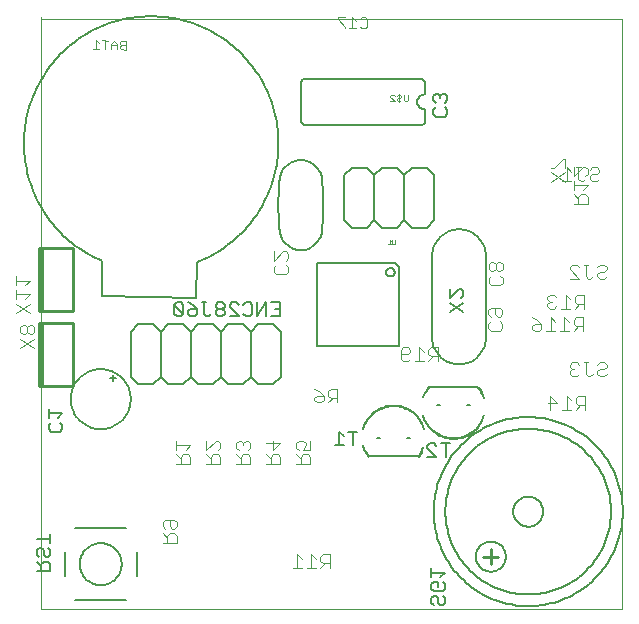
<source format=gbo>
G75*
%MOIN*%
%OFA0B0*%
%FSLAX24Y24*%
%IPPOS*%
%LPD*%
%AMOC8*
5,1,8,0,0,1.08239X$1,22.5*
%
%ADD10C,0.0000*%
%ADD11C,0.0080*%
%ADD12C,0.0030*%
%ADD13C,0.0050*%
%ADD14C,0.0060*%
%ADD15C,0.0010*%
%ADD16C,0.0040*%
%ADD17C,0.0005*%
%ADD18C,0.0100*%
%ADD19C,0.0020*%
D10*
X018150Y018150D02*
X037520Y018150D01*
X037520Y037835D01*
X018150Y037835D01*
X018150Y037900D02*
X018150Y018150D01*
D11*
X019300Y018450D02*
X021000Y018450D01*
X021350Y019257D02*
X021350Y020050D01*
X019450Y019650D02*
X019452Y019702D01*
X019458Y019754D01*
X019468Y019806D01*
X019481Y019856D01*
X019498Y019906D01*
X019519Y019954D01*
X019544Y020000D01*
X019572Y020044D01*
X019603Y020086D01*
X019637Y020126D01*
X019674Y020163D01*
X019714Y020197D01*
X019756Y020228D01*
X019800Y020256D01*
X019846Y020281D01*
X019894Y020302D01*
X019944Y020319D01*
X019994Y020332D01*
X020046Y020342D01*
X020098Y020348D01*
X020150Y020350D01*
X020202Y020348D01*
X020254Y020342D01*
X020306Y020332D01*
X020356Y020319D01*
X020406Y020302D01*
X020454Y020281D01*
X020500Y020256D01*
X020544Y020228D01*
X020586Y020197D01*
X020626Y020163D01*
X020663Y020126D01*
X020697Y020086D01*
X020728Y020044D01*
X020756Y020000D01*
X020781Y019954D01*
X020802Y019906D01*
X020819Y019856D01*
X020832Y019806D01*
X020842Y019754D01*
X020848Y019702D01*
X020850Y019650D01*
X020848Y019598D01*
X020842Y019546D01*
X020832Y019494D01*
X020819Y019444D01*
X020802Y019394D01*
X020781Y019346D01*
X020756Y019300D01*
X020728Y019256D01*
X020697Y019214D01*
X020663Y019174D01*
X020626Y019137D01*
X020586Y019103D01*
X020544Y019072D01*
X020500Y019044D01*
X020454Y019019D01*
X020406Y018998D01*
X020356Y018981D01*
X020306Y018968D01*
X020254Y018958D01*
X020202Y018952D01*
X020150Y018950D01*
X020098Y018952D01*
X020046Y018958D01*
X019994Y018968D01*
X019944Y018981D01*
X019894Y018998D01*
X019846Y019019D01*
X019800Y019044D01*
X019756Y019072D01*
X019714Y019103D01*
X019674Y019137D01*
X019637Y019174D01*
X019603Y019214D01*
X019572Y019256D01*
X019544Y019300D01*
X019519Y019346D01*
X019498Y019394D01*
X019481Y019444D01*
X019468Y019494D01*
X019458Y019546D01*
X019452Y019598D01*
X019450Y019650D01*
X018950Y020050D02*
X018950Y019245D01*
X019300Y020850D02*
X021000Y020850D01*
X031193Y027209D02*
X031193Y029909D01*
X031195Y029968D01*
X031201Y030026D01*
X031210Y030085D01*
X031224Y030142D01*
X031241Y030198D01*
X031262Y030253D01*
X031286Y030307D01*
X031314Y030359D01*
X031345Y030409D01*
X031379Y030457D01*
X031416Y030502D01*
X031457Y030545D01*
X031500Y030586D01*
X031545Y030623D01*
X031593Y030657D01*
X031643Y030688D01*
X031695Y030716D01*
X031749Y030740D01*
X031804Y030761D01*
X031860Y030778D01*
X031917Y030792D01*
X031976Y030801D01*
X032034Y030807D01*
X032093Y030809D01*
X032152Y030807D01*
X032210Y030801D01*
X032269Y030792D01*
X032326Y030778D01*
X032382Y030761D01*
X032437Y030740D01*
X032491Y030716D01*
X032543Y030688D01*
X032593Y030657D01*
X032641Y030623D01*
X032686Y030586D01*
X032729Y030545D01*
X032770Y030502D01*
X032807Y030457D01*
X032841Y030409D01*
X032872Y030359D01*
X032900Y030307D01*
X032924Y030253D01*
X032945Y030198D01*
X032962Y030142D01*
X032976Y030085D01*
X032985Y030026D01*
X032991Y029968D01*
X032993Y029909D01*
X032993Y027209D01*
X032991Y027150D01*
X032985Y027092D01*
X032976Y027033D01*
X032962Y026976D01*
X032945Y026920D01*
X032924Y026865D01*
X032900Y026811D01*
X032872Y026759D01*
X032841Y026709D01*
X032807Y026661D01*
X032770Y026616D01*
X032729Y026573D01*
X032686Y026532D01*
X032641Y026495D01*
X032593Y026461D01*
X032543Y026430D01*
X032491Y026402D01*
X032437Y026378D01*
X032382Y026357D01*
X032326Y026340D01*
X032269Y026326D01*
X032210Y026317D01*
X032152Y026311D01*
X032093Y026309D01*
X032034Y026311D01*
X031976Y026317D01*
X031917Y026326D01*
X031860Y026340D01*
X031804Y026357D01*
X031749Y026378D01*
X031695Y026402D01*
X031643Y026430D01*
X031593Y026461D01*
X031545Y026495D01*
X031500Y026532D01*
X031457Y026573D01*
X031416Y026616D01*
X031379Y026661D01*
X031345Y026709D01*
X031314Y026759D01*
X031286Y026811D01*
X031262Y026865D01*
X031241Y026920D01*
X031224Y026976D01*
X031210Y027033D01*
X031201Y027092D01*
X031195Y027150D01*
X031193Y027209D01*
X027520Y030720D02*
X027510Y030668D01*
X027496Y030617D01*
X027478Y030567D01*
X027457Y030519D01*
X027432Y030472D01*
X027404Y030428D01*
X027372Y030385D01*
X027338Y030345D01*
X027300Y030308D01*
X027260Y030274D01*
X027218Y030242D01*
X027173Y030214D01*
X027126Y030190D01*
X027078Y030169D01*
X027028Y030151D01*
X026977Y030138D01*
X026925Y030128D01*
X026873Y030122D01*
X026820Y030120D01*
X026767Y030122D01*
X026715Y030128D01*
X026663Y030138D01*
X026612Y030151D01*
X026562Y030169D01*
X026514Y030190D01*
X026467Y030214D01*
X026422Y030242D01*
X026380Y030274D01*
X026340Y030308D01*
X026302Y030345D01*
X026268Y030385D01*
X026236Y030428D01*
X026208Y030472D01*
X026183Y030519D01*
X026162Y030567D01*
X026144Y030617D01*
X026130Y030668D01*
X026120Y030720D01*
X023352Y029713D02*
X023336Y028532D01*
X020186Y028576D01*
X020203Y029757D01*
X027520Y030720D02*
X027538Y030899D01*
X027552Y031079D01*
X027562Y031259D01*
X027568Y031440D01*
X027570Y031620D01*
X027568Y031800D01*
X027562Y031981D01*
X027552Y032161D01*
X027538Y032341D01*
X027520Y032520D01*
X027510Y032572D01*
X027496Y032623D01*
X027478Y032673D01*
X027457Y032721D01*
X027432Y032768D01*
X027404Y032812D01*
X027372Y032855D01*
X027338Y032895D01*
X027300Y032932D01*
X027260Y032966D01*
X027218Y032998D01*
X027173Y033026D01*
X027126Y033050D01*
X027078Y033071D01*
X027028Y033089D01*
X026977Y033102D01*
X026925Y033112D01*
X026873Y033118D01*
X026820Y033120D01*
X026767Y033118D01*
X026715Y033112D01*
X026663Y033102D01*
X026612Y033089D01*
X026562Y033071D01*
X026514Y033050D01*
X026467Y033026D01*
X026422Y032998D01*
X026380Y032966D01*
X026340Y032932D01*
X026302Y032895D01*
X026268Y032855D01*
X026236Y032812D01*
X026208Y032768D01*
X026183Y032721D01*
X026162Y032673D01*
X026144Y032623D01*
X026130Y032572D01*
X026120Y032520D01*
X026941Y034304D02*
X030820Y034304D01*
X030820Y034303D02*
X030841Y034302D01*
X030862Y034304D01*
X030882Y034309D01*
X030901Y034317D01*
X030918Y034328D01*
X030934Y034341D01*
X030947Y034357D01*
X030958Y034375D01*
X030966Y034394D01*
X030971Y034414D01*
X030970Y034414D02*
X030970Y034810D01*
X030950Y034810D02*
X030920Y034812D01*
X030890Y034817D01*
X030861Y034826D01*
X030834Y034839D01*
X030808Y034854D01*
X030784Y034873D01*
X030763Y034894D01*
X030744Y034918D01*
X030729Y034944D01*
X030716Y034971D01*
X030707Y035000D01*
X030702Y035030D01*
X030700Y035060D01*
X030702Y035090D01*
X030707Y035120D01*
X030716Y035149D01*
X030729Y035176D01*
X030744Y035202D01*
X030763Y035226D01*
X030784Y035247D01*
X030808Y035266D01*
X030834Y035281D01*
X030861Y035294D01*
X030890Y035303D01*
X030920Y035308D01*
X030950Y035310D01*
X030970Y035310D02*
X030970Y035642D01*
X030970Y035647D02*
X030971Y035672D01*
X030969Y035696D01*
X030963Y035720D01*
X030954Y035742D01*
X030941Y035763D01*
X030926Y035782D01*
X030908Y035799D01*
X030888Y035813D01*
X030867Y035824D01*
X030844Y035832D01*
X030820Y035837D01*
X030820Y035836D02*
X026980Y035836D01*
X026957Y035834D01*
X026934Y035829D01*
X026912Y035820D01*
X026892Y035807D01*
X026874Y035792D01*
X026859Y035774D01*
X026846Y035754D01*
X026837Y035732D01*
X026832Y035709D01*
X026830Y035686D01*
X026830Y034454D01*
X026829Y034454D02*
X026828Y034433D01*
X026830Y034412D01*
X026835Y034392D01*
X026843Y034373D01*
X026854Y034356D01*
X026867Y034340D01*
X026883Y034327D01*
X026901Y034316D01*
X026920Y034308D01*
X026940Y034303D01*
X023352Y029713D02*
X023472Y029761D01*
X023590Y029813D01*
X023707Y029868D01*
X023822Y029927D01*
X023935Y029990D01*
X024047Y030055D01*
X024156Y030125D01*
X024263Y030197D01*
X024368Y030273D01*
X024470Y030352D01*
X024570Y030434D01*
X024668Y030519D01*
X024763Y030607D01*
X024855Y030698D01*
X024944Y030791D01*
X025031Y030888D01*
X025114Y030987D01*
X025194Y031088D01*
X025272Y031192D01*
X025346Y031298D01*
X025416Y031406D01*
X025484Y031516D01*
X025548Y031629D01*
X025608Y031743D01*
X025665Y031859D01*
X025719Y031977D01*
X025769Y032096D01*
X025815Y032217D01*
X025857Y032339D01*
X025896Y032463D01*
X025931Y032587D01*
X025962Y032713D01*
X025990Y032839D01*
X026013Y032966D01*
X026033Y033094D01*
X026048Y033223D01*
X026060Y033352D01*
X026068Y033481D01*
X026072Y033610D01*
X026071Y033739D01*
X026067Y033869D01*
X026059Y033998D01*
X026047Y034127D01*
X026032Y034255D01*
X026012Y034383D01*
X025988Y034510D01*
X025961Y034636D01*
X025929Y034762D01*
X025894Y034886D01*
X025855Y035010D01*
X025812Y035132D01*
X025766Y035252D01*
X025716Y035372D01*
X025662Y035489D01*
X025605Y035605D01*
X025544Y035720D01*
X025480Y035832D01*
X025412Y035942D01*
X025341Y036050D01*
X025267Y036156D01*
X025190Y036260D01*
X025109Y036361D01*
X025026Y036460D01*
X024939Y036556D01*
X024850Y036649D01*
X024757Y036740D01*
X024662Y036828D01*
X024565Y036913D01*
X024465Y036995D01*
X024362Y037073D01*
X024257Y037149D01*
X024150Y037221D01*
X024041Y037290D01*
X023929Y037356D01*
X023816Y037418D01*
X023700Y037477D01*
X023583Y037532D01*
X023465Y037584D01*
X023345Y037632D01*
X023223Y037676D01*
X023100Y037717D01*
X022976Y037754D01*
X022851Y037787D01*
X022725Y037816D01*
X022598Y037841D01*
X022471Y037863D01*
X022343Y037880D01*
X022214Y037894D01*
X022085Y037903D01*
X021956Y037909D01*
X021827Y037911D01*
X021697Y037909D01*
X021568Y037903D01*
X021439Y037893D01*
X021310Y037879D01*
X021182Y037861D01*
X021055Y037839D01*
X020928Y037814D01*
X020802Y037784D01*
X020677Y037751D01*
X020553Y037714D01*
X020430Y037673D01*
X020309Y037628D01*
X020189Y037580D01*
X020071Y037528D01*
X019954Y037472D01*
X019839Y037413D01*
X019725Y037351D01*
X019614Y037285D01*
X019505Y037215D01*
X019398Y037143D01*
X019293Y037067D01*
X019191Y036988D01*
X019091Y036906D01*
X018993Y036821D01*
X018899Y036733D01*
X018807Y036642D01*
X018717Y036548D01*
X018631Y036452D01*
X018548Y036353D01*
X018467Y036251D01*
X018390Y036147D01*
X018316Y036041D01*
X018246Y035933D01*
X018178Y035822D01*
X018114Y035710D01*
X018054Y035596D01*
X017997Y035480D01*
X017944Y035362D01*
X017894Y035242D01*
X017848Y035121D01*
X017805Y034999D01*
X017767Y034876D01*
X017732Y034751D01*
X017701Y034626D01*
X017674Y034499D01*
X017650Y034372D01*
X017631Y034244D01*
X017615Y034116D01*
X017604Y033987D01*
X017596Y033858D01*
X017592Y033728D01*
X017593Y033599D01*
X017597Y033470D01*
X017605Y033341D01*
X017617Y033212D01*
X017633Y033083D01*
X017653Y032956D01*
X017677Y032829D01*
X017704Y032702D01*
X017736Y032577D01*
X017771Y032452D01*
X017810Y032329D01*
X017853Y032207D01*
X017899Y032086D01*
X017950Y031967D01*
X018003Y031849D01*
X018061Y031733D01*
X018122Y031619D01*
X018186Y031507D01*
X018254Y031397D01*
X018325Y031289D01*
X018399Y031183D01*
X018476Y031079D01*
X018557Y030978D01*
X018641Y030879D01*
X018727Y030783D01*
X018817Y030690D01*
X018909Y030599D01*
X019004Y030512D01*
X019102Y030427D01*
X019202Y030345D01*
X019305Y030266D01*
X019410Y030191D01*
X019517Y030119D01*
X019627Y030050D01*
X019738Y029984D01*
X019852Y029922D01*
X019967Y029863D01*
X020084Y029808D01*
X020202Y029757D01*
X026120Y030720D02*
X026102Y030899D01*
X026088Y031079D01*
X026078Y031259D01*
X026072Y031440D01*
X026070Y031620D01*
X026072Y031800D01*
X026078Y031981D01*
X026088Y032161D01*
X026102Y032341D01*
X026120Y032520D01*
D12*
X020978Y036804D02*
X020833Y036806D01*
X020785Y036855D01*
X020786Y036903D01*
X020835Y036951D01*
X020980Y036949D01*
X020978Y036804D02*
X020982Y037094D01*
X020837Y037096D01*
X020788Y037048D01*
X020787Y037000D01*
X020835Y036951D01*
X020685Y036953D02*
X020492Y036956D01*
X020492Y037004D02*
X020490Y036811D01*
X020492Y037004D02*
X020590Y037099D01*
X020686Y037001D01*
X020683Y036808D01*
X020292Y036813D02*
X020296Y037104D01*
X020393Y037102D02*
X020199Y037105D01*
X020097Y037010D02*
X020001Y037108D01*
X019997Y036817D01*
X020094Y036816D02*
X019900Y036819D01*
X028045Y037818D02*
X028292Y037571D01*
X028292Y037509D01*
X028414Y037509D02*
X028660Y037509D01*
X028537Y037509D02*
X028537Y037880D01*
X028660Y037756D01*
X028782Y037818D02*
X028844Y037880D01*
X028967Y037880D01*
X029029Y037818D01*
X029029Y037571D01*
X028967Y037509D01*
X028844Y037509D01*
X028782Y037571D01*
X028292Y037880D02*
X028045Y037880D01*
X028045Y037818D01*
D13*
X031241Y035257D02*
X031241Y035107D01*
X031316Y035032D01*
X031316Y034872D02*
X031241Y034797D01*
X031241Y034647D01*
X031316Y034571D01*
X031616Y034571D01*
X031691Y034647D01*
X031691Y034797D01*
X031616Y034872D01*
X031616Y035032D02*
X031691Y035107D01*
X031691Y035257D01*
X031616Y035332D01*
X031541Y035332D01*
X031466Y035257D01*
X031391Y035332D01*
X031316Y035332D01*
X031241Y035257D01*
X031466Y035257D02*
X031466Y035182D01*
X031778Y028815D02*
X031778Y028515D01*
X032078Y028815D01*
X032153Y028815D01*
X032228Y028740D01*
X032228Y028590D01*
X032153Y028515D01*
X032228Y028355D02*
X031778Y028054D01*
X031778Y028355D02*
X032228Y028054D01*
X032725Y025550D02*
X031075Y025550D01*
X030950Y025350D02*
X030900Y025220D01*
X031347Y024950D02*
X031453Y024950D01*
X030890Y024620D02*
X030940Y024460D01*
X030860Y024330D02*
X030910Y024170D01*
X031110Y023675D02*
X031260Y023675D01*
X031335Y023600D01*
X031496Y023675D02*
X031796Y023675D01*
X031646Y023675D02*
X031646Y023225D01*
X031335Y023225D02*
X031035Y023525D01*
X031035Y023600D01*
X031110Y023675D01*
X030900Y023570D02*
X030850Y023440D01*
X030725Y023240D02*
X029075Y023240D01*
X028940Y023450D02*
X028890Y023610D01*
X028555Y023615D02*
X028555Y024065D01*
X028705Y024065D02*
X028405Y024065D01*
X028245Y023915D02*
X028094Y024065D01*
X028094Y023615D01*
X027944Y023615D02*
X028245Y023615D01*
X028890Y024170D02*
X028950Y024340D01*
X029347Y023840D02*
X029453Y023840D01*
X030347Y023840D02*
X030453Y023840D01*
X031035Y023225D02*
X031335Y023225D01*
X032850Y024450D02*
X032910Y024620D01*
X032910Y025180D02*
X032860Y025340D01*
X032453Y024950D02*
X032347Y024950D01*
X026125Y027925D02*
X025825Y027925D01*
X025665Y027925D02*
X025665Y028375D01*
X025364Y027925D01*
X025364Y028375D01*
X025204Y028300D02*
X025204Y028000D01*
X025129Y027925D01*
X024979Y027925D01*
X024904Y028000D01*
X024744Y027925D02*
X024444Y028225D01*
X024444Y028300D01*
X024519Y028375D01*
X024669Y028375D01*
X024744Y028300D01*
X024904Y028300D02*
X024979Y028375D01*
X025129Y028375D01*
X025204Y028300D01*
X024744Y027925D02*
X024444Y027925D01*
X024283Y028000D02*
X024283Y028075D01*
X024208Y028150D01*
X024058Y028150D01*
X023983Y028075D01*
X023983Y028000D01*
X024058Y027925D01*
X024208Y027925D01*
X024283Y028000D01*
X024208Y028150D02*
X024283Y028225D01*
X024283Y028300D01*
X024208Y028375D01*
X024058Y028375D01*
X023983Y028300D01*
X023983Y028225D01*
X024058Y028150D01*
X023823Y028000D02*
X023748Y027925D01*
X023673Y027925D01*
X023598Y028000D01*
X023598Y028375D01*
X023673Y028375D02*
X023523Y028375D01*
X023363Y028150D02*
X023137Y028150D01*
X023062Y028075D01*
X023062Y028000D01*
X023137Y027925D01*
X023288Y027925D01*
X023363Y028000D01*
X023363Y028150D01*
X023213Y028300D01*
X023062Y028375D01*
X022902Y028300D02*
X022827Y028375D01*
X022677Y028375D01*
X022602Y028300D01*
X022902Y028000D01*
X022827Y027925D01*
X022677Y027925D01*
X022602Y028000D01*
X022602Y028300D01*
X022902Y028300D02*
X022902Y028000D01*
X025825Y028375D02*
X026125Y028375D01*
X026125Y027925D01*
X026125Y028150D02*
X025975Y028150D01*
X018865Y024676D02*
X018415Y024676D01*
X018415Y024826D02*
X018415Y024525D01*
X018490Y024365D02*
X018415Y024290D01*
X018415Y024140D01*
X018490Y024065D01*
X018790Y024065D01*
X018865Y024140D01*
X018865Y024290D01*
X018790Y024365D01*
X018715Y024525D02*
X018865Y024676D01*
X018475Y020653D02*
X018475Y020353D01*
X018475Y020503D02*
X018025Y020503D01*
X018100Y020193D02*
X018025Y020118D01*
X018025Y019968D01*
X018100Y019893D01*
X018250Y019968D02*
X018250Y020118D01*
X018175Y020193D01*
X018100Y020193D01*
X018250Y019968D02*
X018325Y019893D01*
X018400Y019893D01*
X018475Y019968D01*
X018475Y020118D01*
X018400Y020193D01*
X018400Y019732D02*
X018250Y019732D01*
X018175Y019657D01*
X018175Y019432D01*
X018025Y019432D02*
X018475Y019432D01*
X018475Y019657D01*
X018400Y019732D01*
X018175Y019582D02*
X018025Y019732D01*
X031175Y019515D02*
X031175Y019215D01*
X031175Y019365D02*
X031625Y019365D01*
X031475Y019215D01*
X031400Y019054D02*
X031400Y018904D01*
X031400Y019054D02*
X031250Y019054D01*
X031175Y018979D01*
X031175Y018829D01*
X031250Y018754D01*
X031550Y018754D01*
X031625Y018829D01*
X031625Y018979D01*
X031550Y019054D01*
X031550Y018594D02*
X031625Y018519D01*
X031625Y018369D01*
X031550Y018294D01*
X031475Y018294D01*
X031400Y018369D01*
X031400Y018519D01*
X031325Y018594D01*
X031250Y018594D01*
X031175Y018519D01*
X031175Y018369D01*
X031250Y018294D01*
D14*
X032650Y019900D02*
X032652Y019944D01*
X032658Y019988D01*
X032668Y020031D01*
X032681Y020073D01*
X032698Y020114D01*
X032719Y020153D01*
X032743Y020190D01*
X032770Y020225D01*
X032800Y020257D01*
X032833Y020287D01*
X032869Y020313D01*
X032906Y020337D01*
X032946Y020356D01*
X032987Y020373D01*
X033030Y020385D01*
X033073Y020394D01*
X033117Y020399D01*
X033161Y020400D01*
X033205Y020397D01*
X033249Y020390D01*
X033292Y020379D01*
X033334Y020365D01*
X033374Y020347D01*
X033413Y020325D01*
X033449Y020301D01*
X033483Y020273D01*
X033515Y020242D01*
X033544Y020208D01*
X033570Y020172D01*
X033592Y020134D01*
X033611Y020094D01*
X033626Y020052D01*
X033638Y020010D01*
X033646Y019966D01*
X033650Y019922D01*
X033650Y019878D01*
X033646Y019834D01*
X033638Y019790D01*
X033626Y019748D01*
X033611Y019706D01*
X033592Y019666D01*
X033570Y019628D01*
X033544Y019592D01*
X033515Y019558D01*
X033483Y019527D01*
X033449Y019499D01*
X033413Y019475D01*
X033374Y019453D01*
X033334Y019435D01*
X033292Y019421D01*
X033249Y019410D01*
X033205Y019403D01*
X033161Y019400D01*
X033117Y019401D01*
X033073Y019406D01*
X033030Y019415D01*
X032987Y019427D01*
X032946Y019444D01*
X032906Y019463D01*
X032869Y019487D01*
X032833Y019513D01*
X032800Y019543D01*
X032770Y019575D01*
X032743Y019610D01*
X032719Y019647D01*
X032698Y019686D01*
X032681Y019727D01*
X032668Y019769D01*
X032658Y019812D01*
X032652Y019856D01*
X032650Y019900D01*
X033900Y021400D02*
X033902Y021444D01*
X033908Y021488D01*
X033918Y021531D01*
X033931Y021573D01*
X033948Y021614D01*
X033969Y021653D01*
X033993Y021690D01*
X034020Y021725D01*
X034050Y021757D01*
X034083Y021787D01*
X034119Y021813D01*
X034156Y021837D01*
X034196Y021856D01*
X034237Y021873D01*
X034280Y021885D01*
X034323Y021894D01*
X034367Y021899D01*
X034411Y021900D01*
X034455Y021897D01*
X034499Y021890D01*
X034542Y021879D01*
X034584Y021865D01*
X034624Y021847D01*
X034663Y021825D01*
X034699Y021801D01*
X034733Y021773D01*
X034765Y021742D01*
X034794Y021708D01*
X034820Y021672D01*
X034842Y021634D01*
X034861Y021594D01*
X034876Y021552D01*
X034888Y021510D01*
X034896Y021466D01*
X034900Y021422D01*
X034900Y021378D01*
X034896Y021334D01*
X034888Y021290D01*
X034876Y021248D01*
X034861Y021206D01*
X034842Y021166D01*
X034820Y021128D01*
X034794Y021092D01*
X034765Y021058D01*
X034733Y021027D01*
X034699Y020999D01*
X034663Y020975D01*
X034624Y020953D01*
X034584Y020935D01*
X034542Y020921D01*
X034499Y020910D01*
X034455Y020903D01*
X034411Y020900D01*
X034367Y020901D01*
X034323Y020906D01*
X034280Y020915D01*
X034237Y020927D01*
X034196Y020944D01*
X034156Y020963D01*
X034119Y020987D01*
X034083Y021013D01*
X034050Y021043D01*
X034020Y021075D01*
X033993Y021110D01*
X033969Y021147D01*
X033948Y021186D01*
X033931Y021227D01*
X033918Y021269D01*
X033908Y021312D01*
X033902Y021356D01*
X033900Y021400D01*
X031250Y021400D02*
X031252Y021512D01*
X031258Y021623D01*
X031268Y021735D01*
X031282Y021846D01*
X031299Y021956D01*
X031321Y022066D01*
X031347Y022175D01*
X031376Y022283D01*
X031409Y022389D01*
X031446Y022495D01*
X031487Y022599D01*
X031532Y022702D01*
X031580Y022803D01*
X031631Y022902D01*
X031686Y022999D01*
X031745Y023094D01*
X031806Y023188D01*
X031871Y023279D01*
X031940Y023367D01*
X032011Y023453D01*
X032085Y023537D01*
X032163Y023617D01*
X032243Y023695D01*
X032326Y023771D01*
X032411Y023843D01*
X032499Y023912D01*
X032589Y023978D01*
X032682Y024040D01*
X032777Y024100D01*
X032874Y024156D01*
X032972Y024208D01*
X033073Y024257D01*
X033175Y024302D01*
X033279Y024344D01*
X033384Y024382D01*
X033491Y024416D01*
X033598Y024446D01*
X033707Y024473D01*
X033816Y024495D01*
X033927Y024514D01*
X034037Y024529D01*
X034149Y024540D01*
X034260Y024547D01*
X034372Y024550D01*
X034484Y024549D01*
X034596Y024544D01*
X034707Y024535D01*
X034818Y024522D01*
X034929Y024505D01*
X035039Y024485D01*
X035148Y024460D01*
X035256Y024432D01*
X035363Y024399D01*
X035469Y024363D01*
X035573Y024323D01*
X035676Y024280D01*
X035778Y024233D01*
X035877Y024182D01*
X035975Y024128D01*
X036071Y024070D01*
X036165Y024009D01*
X036256Y023945D01*
X036345Y023878D01*
X036432Y023807D01*
X036516Y023733D01*
X036598Y023657D01*
X036676Y023577D01*
X036752Y023495D01*
X036825Y023410D01*
X036895Y023323D01*
X036961Y023233D01*
X037025Y023141D01*
X037085Y023047D01*
X037142Y022951D01*
X037195Y022852D01*
X037245Y022752D01*
X037291Y022651D01*
X037334Y022547D01*
X037373Y022442D01*
X037408Y022336D01*
X037439Y022229D01*
X037467Y022120D01*
X037490Y022011D01*
X037510Y021901D01*
X037526Y021790D01*
X037538Y021679D01*
X037546Y021568D01*
X037550Y021456D01*
X037550Y021344D01*
X037546Y021232D01*
X037538Y021121D01*
X037526Y021010D01*
X037510Y020899D01*
X037490Y020789D01*
X037467Y020680D01*
X037439Y020571D01*
X037408Y020464D01*
X037373Y020358D01*
X037334Y020253D01*
X037291Y020149D01*
X037245Y020048D01*
X037195Y019948D01*
X037142Y019849D01*
X037085Y019753D01*
X037025Y019659D01*
X036961Y019567D01*
X036895Y019477D01*
X036825Y019390D01*
X036752Y019305D01*
X036676Y019223D01*
X036598Y019143D01*
X036516Y019067D01*
X036432Y018993D01*
X036345Y018922D01*
X036256Y018855D01*
X036165Y018791D01*
X036071Y018730D01*
X035975Y018672D01*
X035877Y018618D01*
X035778Y018567D01*
X035676Y018520D01*
X035573Y018477D01*
X035469Y018437D01*
X035363Y018401D01*
X035256Y018368D01*
X035148Y018340D01*
X035039Y018315D01*
X034929Y018295D01*
X034818Y018278D01*
X034707Y018265D01*
X034596Y018256D01*
X034484Y018251D01*
X034372Y018250D01*
X034260Y018253D01*
X034149Y018260D01*
X034037Y018271D01*
X033927Y018286D01*
X033816Y018305D01*
X033707Y018327D01*
X033598Y018354D01*
X033491Y018384D01*
X033384Y018418D01*
X033279Y018456D01*
X033175Y018498D01*
X033073Y018543D01*
X032972Y018592D01*
X032874Y018644D01*
X032777Y018700D01*
X032682Y018760D01*
X032589Y018822D01*
X032499Y018888D01*
X032411Y018957D01*
X032326Y019029D01*
X032243Y019105D01*
X032163Y019183D01*
X032085Y019263D01*
X032011Y019347D01*
X031940Y019433D01*
X031871Y019521D01*
X031806Y019612D01*
X031745Y019706D01*
X031686Y019801D01*
X031631Y019898D01*
X031580Y019997D01*
X031532Y020098D01*
X031487Y020201D01*
X031446Y020305D01*
X031409Y020411D01*
X031376Y020517D01*
X031347Y020625D01*
X031321Y020734D01*
X031299Y020844D01*
X031282Y020954D01*
X031268Y021065D01*
X031258Y021177D01*
X031252Y021288D01*
X031250Y021400D01*
X031640Y021400D02*
X031642Y021504D01*
X031648Y021609D01*
X031658Y021713D01*
X031672Y021816D01*
X031689Y021919D01*
X031711Y022021D01*
X031736Y022123D01*
X031766Y022223D01*
X031799Y022322D01*
X031835Y022420D01*
X031876Y022516D01*
X031920Y022611D01*
X031967Y022704D01*
X032019Y022795D01*
X032073Y022884D01*
X032131Y022971D01*
X032192Y023056D01*
X032256Y023138D01*
X032323Y023218D01*
X032394Y023295D01*
X032467Y023370D01*
X032543Y023442D01*
X032621Y023511D01*
X032703Y023576D01*
X032786Y023639D01*
X032872Y023698D01*
X032960Y023755D01*
X033050Y023807D01*
X033142Y023857D01*
X033236Y023903D01*
X033332Y023945D01*
X033429Y023983D01*
X033527Y024018D01*
X033627Y024050D01*
X033728Y024077D01*
X033830Y024100D01*
X033932Y024120D01*
X034035Y024136D01*
X034139Y024148D01*
X034243Y024156D01*
X034348Y024160D01*
X034452Y024160D01*
X034557Y024156D01*
X034661Y024148D01*
X034765Y024136D01*
X034868Y024120D01*
X034970Y024100D01*
X035072Y024077D01*
X035173Y024050D01*
X035273Y024018D01*
X035371Y023983D01*
X035468Y023945D01*
X035564Y023903D01*
X035658Y023857D01*
X035750Y023807D01*
X035840Y023755D01*
X035928Y023698D01*
X036014Y023639D01*
X036097Y023576D01*
X036179Y023511D01*
X036257Y023442D01*
X036333Y023370D01*
X036406Y023295D01*
X036477Y023218D01*
X036544Y023138D01*
X036608Y023056D01*
X036669Y022971D01*
X036727Y022884D01*
X036781Y022795D01*
X036833Y022704D01*
X036880Y022611D01*
X036924Y022516D01*
X036965Y022420D01*
X037001Y022322D01*
X037034Y022223D01*
X037064Y022123D01*
X037089Y022021D01*
X037111Y021919D01*
X037128Y021816D01*
X037142Y021713D01*
X037152Y021609D01*
X037158Y021504D01*
X037160Y021400D01*
X037158Y021296D01*
X037152Y021191D01*
X037142Y021087D01*
X037128Y020984D01*
X037111Y020881D01*
X037089Y020779D01*
X037064Y020677D01*
X037034Y020577D01*
X037001Y020478D01*
X036965Y020380D01*
X036924Y020284D01*
X036880Y020189D01*
X036833Y020096D01*
X036781Y020005D01*
X036727Y019916D01*
X036669Y019829D01*
X036608Y019744D01*
X036544Y019662D01*
X036477Y019582D01*
X036406Y019505D01*
X036333Y019430D01*
X036257Y019358D01*
X036179Y019289D01*
X036097Y019224D01*
X036014Y019161D01*
X035928Y019102D01*
X035840Y019045D01*
X035750Y018993D01*
X035658Y018943D01*
X035564Y018897D01*
X035468Y018855D01*
X035371Y018817D01*
X035273Y018782D01*
X035173Y018750D01*
X035072Y018723D01*
X034970Y018700D01*
X034868Y018680D01*
X034765Y018664D01*
X034661Y018652D01*
X034557Y018644D01*
X034452Y018640D01*
X034348Y018640D01*
X034243Y018644D01*
X034139Y018652D01*
X034035Y018664D01*
X033932Y018680D01*
X033830Y018700D01*
X033728Y018723D01*
X033627Y018750D01*
X033527Y018782D01*
X033429Y018817D01*
X033332Y018855D01*
X033236Y018897D01*
X033142Y018943D01*
X033050Y018993D01*
X032960Y019045D01*
X032872Y019102D01*
X032786Y019161D01*
X032703Y019224D01*
X032621Y019289D01*
X032543Y019358D01*
X032467Y019430D01*
X032394Y019505D01*
X032323Y019582D01*
X032256Y019662D01*
X032192Y019744D01*
X032131Y019829D01*
X032073Y019916D01*
X032019Y020005D01*
X031967Y020096D01*
X031920Y020189D01*
X031876Y020284D01*
X031835Y020380D01*
X031799Y020478D01*
X031766Y020577D01*
X031736Y020677D01*
X031711Y020779D01*
X031689Y020881D01*
X031672Y020984D01*
X031658Y021087D01*
X031648Y021191D01*
X031642Y021296D01*
X031640Y021400D01*
X026150Y025900D02*
X026150Y027400D01*
X025900Y027650D01*
X025400Y027650D01*
X025150Y027400D01*
X025150Y025900D01*
X024900Y025650D01*
X024400Y025650D01*
X024150Y025900D01*
X024150Y027400D01*
X023900Y027650D01*
X023400Y027650D01*
X023150Y027400D01*
X023150Y025900D01*
X022900Y025650D01*
X022400Y025650D01*
X022150Y025900D01*
X021900Y025650D01*
X021400Y025650D01*
X021150Y025900D01*
X021150Y027400D01*
X021400Y027650D01*
X021900Y027650D01*
X022150Y027400D01*
X022150Y025900D01*
X023150Y025900D02*
X023400Y025650D01*
X023900Y025650D01*
X024150Y025900D01*
X025150Y025900D02*
X025400Y025650D01*
X025900Y025650D01*
X026150Y025900D01*
X027349Y026921D02*
X030109Y026921D01*
X030109Y029542D01*
X029969Y029681D01*
X027349Y029681D01*
X027349Y026921D01*
X025150Y027400D02*
X024900Y027650D01*
X024400Y027650D01*
X024150Y027400D01*
X023150Y027400D02*
X022900Y027650D01*
X022400Y027650D01*
X022150Y027400D01*
X020650Y025850D02*
X020450Y025850D01*
X020550Y025750D02*
X020550Y025950D01*
X019150Y025150D02*
X019152Y025213D01*
X019158Y025275D01*
X019168Y025337D01*
X019181Y025399D01*
X019199Y025459D01*
X019220Y025518D01*
X019245Y025576D01*
X019274Y025632D01*
X019306Y025686D01*
X019341Y025738D01*
X019379Y025787D01*
X019421Y025835D01*
X019465Y025879D01*
X019513Y025921D01*
X019562Y025959D01*
X019614Y025994D01*
X019668Y026026D01*
X019724Y026055D01*
X019782Y026080D01*
X019841Y026101D01*
X019901Y026119D01*
X019963Y026132D01*
X020025Y026142D01*
X020087Y026148D01*
X020150Y026150D01*
X020213Y026148D01*
X020275Y026142D01*
X020337Y026132D01*
X020399Y026119D01*
X020459Y026101D01*
X020518Y026080D01*
X020576Y026055D01*
X020632Y026026D01*
X020686Y025994D01*
X020738Y025959D01*
X020787Y025921D01*
X020835Y025879D01*
X020879Y025835D01*
X020921Y025787D01*
X020959Y025738D01*
X020994Y025686D01*
X021026Y025632D01*
X021055Y025576D01*
X021080Y025518D01*
X021101Y025459D01*
X021119Y025399D01*
X021132Y025337D01*
X021142Y025275D01*
X021148Y025213D01*
X021150Y025150D01*
X021148Y025087D01*
X021142Y025025D01*
X021132Y024963D01*
X021119Y024901D01*
X021101Y024841D01*
X021080Y024782D01*
X021055Y024724D01*
X021026Y024668D01*
X020994Y024614D01*
X020959Y024562D01*
X020921Y024513D01*
X020879Y024465D01*
X020835Y024421D01*
X020787Y024379D01*
X020738Y024341D01*
X020686Y024306D01*
X020632Y024274D01*
X020576Y024245D01*
X020518Y024220D01*
X020459Y024199D01*
X020399Y024181D01*
X020337Y024168D01*
X020275Y024158D01*
X020213Y024152D01*
X020150Y024150D01*
X020087Y024152D01*
X020025Y024158D01*
X019963Y024168D01*
X019901Y024181D01*
X019841Y024199D01*
X019782Y024220D01*
X019724Y024245D01*
X019668Y024274D01*
X019614Y024306D01*
X019562Y024341D01*
X019513Y024379D01*
X019465Y024421D01*
X019421Y024465D01*
X019379Y024513D01*
X019341Y024562D01*
X019306Y024614D01*
X019274Y024668D01*
X019245Y024724D01*
X019220Y024782D01*
X019199Y024841D01*
X019181Y024901D01*
X019168Y024963D01*
X019158Y025025D01*
X019152Y025087D01*
X019150Y025150D01*
X018217Y025642D02*
X018217Y027658D01*
X018217Y028142D02*
X018217Y030158D01*
X028267Y031108D02*
X028267Y032608D01*
X028517Y032858D01*
X029017Y032858D01*
X029267Y032608D01*
X029267Y031108D01*
X029017Y030858D01*
X028517Y030858D01*
X028267Y031108D01*
X029267Y031108D02*
X029517Y030858D01*
X030017Y030858D01*
X030267Y031108D01*
X030267Y032608D01*
X030017Y032858D01*
X029517Y032858D01*
X029267Y032608D01*
X030267Y032608D02*
X030517Y032858D01*
X031017Y032858D01*
X031267Y032608D01*
X031267Y031108D01*
X031017Y030858D01*
X030517Y030858D01*
X030267Y031108D01*
X029668Y029381D02*
X029670Y029404D01*
X029676Y029427D01*
X029685Y029448D01*
X029698Y029468D01*
X029714Y029485D01*
X029732Y029499D01*
X029752Y029510D01*
X029774Y029518D01*
X029797Y029522D01*
X029821Y029522D01*
X029844Y029518D01*
X029866Y029510D01*
X029886Y029499D01*
X029904Y029485D01*
X029920Y029468D01*
X029933Y029448D01*
X029942Y029427D01*
X029948Y029404D01*
X029950Y029381D01*
X029948Y029358D01*
X029942Y029335D01*
X029933Y029314D01*
X029920Y029294D01*
X029904Y029277D01*
X029886Y029263D01*
X029866Y029252D01*
X029844Y029244D01*
X029821Y029240D01*
X029797Y029240D01*
X029774Y029244D01*
X029752Y029252D01*
X029732Y029263D01*
X029714Y029277D01*
X029698Y029294D01*
X029685Y029314D01*
X029676Y029335D01*
X029670Y029358D01*
X029668Y029381D01*
D15*
X029727Y030306D02*
X029827Y030306D01*
X029777Y030306D02*
X029777Y030457D01*
X029827Y030407D01*
X029874Y030457D02*
X029874Y030331D01*
X029899Y030306D01*
X029949Y030306D01*
X029974Y030331D01*
X029974Y030457D01*
D16*
X033084Y029652D02*
X033084Y029499D01*
X033161Y029422D01*
X033237Y029422D01*
X033314Y029499D01*
X033314Y029652D01*
X033237Y029729D01*
X033161Y029729D01*
X033084Y029652D01*
X033314Y029652D02*
X033391Y029729D01*
X033467Y029729D01*
X033544Y029652D01*
X033544Y029499D01*
X033467Y029422D01*
X033391Y029422D01*
X033314Y029499D01*
X033467Y029269D02*
X033544Y029192D01*
X033544Y029038D01*
X033467Y028962D01*
X033161Y028962D01*
X033084Y029038D01*
X033084Y029192D01*
X033161Y029269D01*
X033150Y028203D02*
X033073Y028126D01*
X033073Y027973D01*
X033150Y027896D01*
X033150Y027742D02*
X033073Y027666D01*
X033073Y027512D01*
X033150Y027435D01*
X033457Y027435D01*
X033534Y027512D01*
X033534Y027666D01*
X033457Y027742D01*
X033457Y027896D02*
X033380Y027896D01*
X033304Y027973D01*
X033304Y028203D01*
X033457Y028203D02*
X033534Y028126D01*
X033534Y027973D01*
X033457Y027896D01*
X033457Y028203D02*
X033150Y028203D01*
X034533Y027880D02*
X034687Y027804D01*
X034840Y027650D01*
X034610Y027650D01*
X034533Y027573D01*
X034533Y027497D01*
X034610Y027420D01*
X034764Y027420D01*
X034840Y027497D01*
X034840Y027650D01*
X034994Y027420D02*
X035301Y027420D01*
X035454Y027420D02*
X035761Y027420D01*
X035608Y027420D02*
X035608Y027880D01*
X035761Y027727D01*
X035915Y027804D02*
X035915Y027650D01*
X035991Y027573D01*
X036222Y027573D01*
X036222Y027420D02*
X036222Y027880D01*
X035991Y027880D01*
X035915Y027804D01*
X036068Y027573D02*
X035915Y027420D01*
X035301Y027727D02*
X035147Y027880D01*
X035147Y027420D01*
X035110Y028170D02*
X035264Y028170D01*
X035340Y028247D01*
X035494Y028170D02*
X035801Y028170D01*
X035954Y028170D02*
X036108Y028323D01*
X036031Y028323D02*
X036261Y028323D01*
X036261Y028170D02*
X036261Y028630D01*
X036031Y028630D01*
X035954Y028554D01*
X035954Y028400D01*
X036031Y028323D01*
X035801Y028477D02*
X035647Y028630D01*
X035647Y028170D01*
X035340Y028554D02*
X035264Y028630D01*
X035110Y028630D01*
X035033Y028554D01*
X035033Y028477D01*
X035110Y028400D01*
X035033Y028323D01*
X035033Y028247D01*
X035110Y028170D01*
X035110Y028400D02*
X035187Y028400D01*
X035783Y029170D02*
X036090Y029170D01*
X035783Y029477D01*
X035783Y029554D01*
X035860Y029630D01*
X036014Y029630D01*
X036090Y029554D01*
X036244Y029630D02*
X036397Y029630D01*
X036321Y029630D02*
X036321Y029247D01*
X036397Y029170D01*
X036474Y029170D01*
X036551Y029247D01*
X036704Y029247D02*
X036781Y029170D01*
X036934Y029170D01*
X037011Y029247D01*
X036934Y029400D02*
X037011Y029477D01*
X037011Y029554D01*
X036934Y029630D01*
X036781Y029630D01*
X036704Y029554D01*
X036781Y029400D02*
X036704Y029323D01*
X036704Y029247D01*
X036781Y029400D02*
X036934Y029400D01*
X036380Y031670D02*
X035920Y031670D01*
X036073Y031670D02*
X036073Y031900D01*
X036150Y031977D01*
X036304Y031977D01*
X036380Y031900D01*
X036380Y031670D01*
X036073Y031823D02*
X035920Y031977D01*
X035920Y032130D02*
X035920Y032437D01*
X035840Y032420D02*
X035533Y032420D01*
X035630Y032399D02*
X035170Y032706D01*
X035170Y032860D02*
X035247Y032860D01*
X035554Y033167D01*
X035630Y033167D01*
X035630Y032860D01*
X035687Y032880D02*
X035687Y032420D01*
X035920Y032284D02*
X036380Y032284D01*
X036227Y032130D01*
X036224Y032420D02*
X036147Y032420D01*
X036071Y032497D01*
X036071Y032880D01*
X036147Y032880D02*
X035994Y032880D01*
X035920Y032898D02*
X035920Y032591D01*
X036227Y032898D01*
X036304Y032898D01*
X036380Y032821D01*
X036380Y032668D01*
X036304Y032591D01*
X036301Y032497D02*
X036224Y032420D01*
X036454Y032497D02*
X036531Y032420D01*
X036684Y032420D01*
X036761Y032497D01*
X036684Y032650D02*
X036531Y032650D01*
X036454Y032573D01*
X036454Y032497D01*
X036684Y032650D02*
X036761Y032727D01*
X036761Y032804D01*
X036684Y032880D01*
X036531Y032880D01*
X036454Y032804D01*
X035840Y032727D02*
X035687Y032880D01*
X035630Y032706D02*
X035170Y032399D01*
X031380Y026880D02*
X031150Y026880D01*
X031073Y026804D01*
X031073Y026650D01*
X031150Y026573D01*
X031380Y026573D01*
X031380Y026420D02*
X031380Y026880D01*
X031227Y026573D02*
X031073Y026420D01*
X030920Y026420D02*
X030613Y026420D01*
X030766Y026420D02*
X030766Y026880D01*
X030920Y026727D01*
X030459Y026727D02*
X030382Y026650D01*
X030152Y026650D01*
X030152Y026497D02*
X030152Y026804D01*
X030229Y026880D01*
X030382Y026880D01*
X030459Y026804D01*
X030459Y026727D01*
X030459Y026497D02*
X030382Y026420D01*
X030229Y026420D01*
X030152Y026497D01*
X028040Y025500D02*
X027810Y025500D01*
X027733Y025424D01*
X027733Y025270D01*
X027810Y025193D01*
X028040Y025193D01*
X028040Y025040D02*
X028040Y025500D01*
X027887Y025193D02*
X027733Y025040D01*
X027580Y025117D02*
X027503Y025040D01*
X027349Y025040D01*
X027273Y025117D01*
X027273Y025193D01*
X027349Y025270D01*
X027580Y025270D01*
X027580Y025117D01*
X027580Y025270D02*
X027426Y025424D01*
X027273Y025500D01*
X027130Y023767D02*
X027130Y023460D01*
X026900Y023460D01*
X026977Y023613D01*
X026977Y023690D01*
X026900Y023767D01*
X026747Y023767D01*
X026670Y023690D01*
X026670Y023536D01*
X026747Y023460D01*
X026670Y023306D02*
X026823Y023153D01*
X026823Y023229D02*
X026823Y022999D01*
X026670Y022999D02*
X027130Y022999D01*
X027130Y023229D01*
X027054Y023306D01*
X026900Y023306D01*
X026823Y023229D01*
X026130Y023229D02*
X026054Y023306D01*
X025900Y023306D01*
X025823Y023229D01*
X025823Y022999D01*
X025670Y022999D02*
X026130Y022999D01*
X026130Y023229D01*
X025823Y023153D02*
X025670Y023306D01*
X025900Y023460D02*
X025900Y023767D01*
X025670Y023690D02*
X026130Y023690D01*
X025900Y023460D01*
X025130Y023536D02*
X025130Y023690D01*
X025054Y023767D01*
X024977Y023767D01*
X024900Y023690D01*
X024823Y023767D01*
X024747Y023767D01*
X024670Y023690D01*
X024670Y023536D01*
X024747Y023460D01*
X024670Y023306D02*
X024823Y023153D01*
X024823Y023229D02*
X024823Y022999D01*
X024670Y022999D02*
X025130Y022999D01*
X025130Y023229D01*
X025054Y023306D01*
X024900Y023306D01*
X024823Y023229D01*
X025054Y023460D02*
X025130Y023536D01*
X024900Y023613D02*
X024900Y023690D01*
X024130Y023690D02*
X024130Y023536D01*
X024054Y023460D01*
X024054Y023306D02*
X023900Y023306D01*
X023823Y023229D01*
X023823Y022999D01*
X023670Y022999D02*
X024130Y022999D01*
X024130Y023229D01*
X024054Y023306D01*
X023823Y023153D02*
X023670Y023306D01*
X023670Y023460D02*
X023977Y023767D01*
X024054Y023767D01*
X024130Y023690D01*
X023670Y023767D02*
X023670Y023460D01*
X023130Y023613D02*
X022670Y023613D01*
X022670Y023460D02*
X022670Y023767D01*
X022977Y023460D02*
X023130Y023613D01*
X023054Y023306D02*
X022900Y023306D01*
X022823Y023229D01*
X022823Y022999D01*
X022670Y022999D02*
X023130Y022999D01*
X023130Y023229D01*
X023054Y023306D01*
X022823Y023153D02*
X022670Y023306D01*
X022604Y021137D02*
X022297Y021137D01*
X022220Y021061D01*
X022220Y020907D01*
X022297Y020830D01*
X022220Y020677D02*
X022373Y020523D01*
X022373Y020600D02*
X022373Y020370D01*
X022220Y020370D02*
X022680Y020370D01*
X022680Y020600D01*
X022604Y020677D01*
X022450Y020677D01*
X022373Y020600D01*
X022527Y020830D02*
X022450Y020907D01*
X022450Y021137D01*
X022604Y021137D02*
X022680Y021061D01*
X022680Y020907D01*
X022604Y020830D01*
X022527Y020830D01*
X026552Y019520D02*
X026859Y019520D01*
X026706Y019520D02*
X026706Y019980D01*
X026859Y019827D01*
X027013Y019520D02*
X027320Y019520D01*
X027473Y019520D02*
X027627Y019673D01*
X027550Y019673D02*
X027780Y019673D01*
X027780Y019520D02*
X027780Y019980D01*
X027550Y019980D01*
X027473Y019904D01*
X027473Y019750D01*
X027550Y019673D01*
X027320Y019827D02*
X027166Y019980D01*
X027166Y019520D01*
X035140Y024800D02*
X035140Y025260D01*
X035370Y025030D01*
X035063Y025030D01*
X035524Y024800D02*
X035831Y024800D01*
X035984Y024800D02*
X036138Y024953D01*
X036061Y024953D02*
X036291Y024953D01*
X036291Y024800D02*
X036291Y025260D01*
X036061Y025260D01*
X035984Y025184D01*
X035984Y025030D01*
X036061Y024953D01*
X035831Y025107D02*
X035677Y025260D01*
X035677Y024800D01*
X035860Y025920D02*
X036014Y025920D01*
X036090Y025997D01*
X035937Y026150D02*
X035860Y026150D01*
X035783Y026073D01*
X035783Y025997D01*
X035860Y025920D01*
X035860Y026150D02*
X035783Y026227D01*
X035783Y026304D01*
X035860Y026380D01*
X036014Y026380D01*
X036090Y026304D01*
X036244Y026380D02*
X036397Y026380D01*
X036321Y026380D02*
X036321Y025997D01*
X036397Y025920D01*
X036474Y025920D01*
X036551Y025997D01*
X036704Y025997D02*
X036781Y025920D01*
X036934Y025920D01*
X037011Y025997D01*
X036934Y026150D02*
X036781Y026150D01*
X036704Y026073D01*
X036704Y025997D01*
X036934Y026150D02*
X037011Y026227D01*
X037011Y026304D01*
X036934Y026380D01*
X036781Y026380D01*
X036704Y026304D01*
X026388Y029385D02*
X026312Y029308D01*
X026005Y029308D01*
X025928Y029385D01*
X025928Y029539D01*
X026005Y029615D01*
X025928Y029769D02*
X026235Y030076D01*
X026312Y030076D01*
X026388Y029999D01*
X026388Y029845D01*
X026312Y029769D01*
X026312Y029615D02*
X026388Y029539D01*
X026388Y029385D01*
X025928Y029769D02*
X025928Y030076D01*
X017780Y029103D02*
X017320Y029103D01*
X017320Y028950D02*
X017320Y029257D01*
X017627Y028950D02*
X017780Y029103D01*
X017780Y028643D02*
X017320Y028643D01*
X017320Y028796D02*
X017320Y028489D01*
X017320Y028336D02*
X017780Y028029D01*
X017780Y028336D02*
X017320Y028029D01*
X017547Y027617D02*
X017470Y027540D01*
X017470Y027386D01*
X017547Y027310D01*
X017623Y027310D01*
X017700Y027386D01*
X017700Y027540D01*
X017623Y027617D01*
X017547Y027617D01*
X017700Y027540D02*
X017777Y027617D01*
X017854Y027617D01*
X017930Y027540D01*
X017930Y027386D01*
X017854Y027310D01*
X017777Y027310D01*
X017700Y027386D01*
X017470Y027156D02*
X017930Y026849D01*
X017930Y027156D02*
X017470Y026849D01*
X017627Y028489D02*
X017780Y028643D01*
D17*
X028926Y023441D02*
X028967Y023460D01*
X028967Y023459D02*
X028993Y023406D01*
X029023Y023354D01*
X029056Y023304D01*
X029091Y023256D01*
X029056Y023228D01*
X029019Y023278D01*
X028985Y023330D01*
X028954Y023384D01*
X028926Y023440D01*
X028929Y023442D01*
X028957Y023386D01*
X028988Y023332D01*
X029022Y023280D01*
X029059Y023230D01*
X029062Y023233D01*
X029025Y023283D01*
X028991Y023334D01*
X028961Y023388D01*
X028933Y023444D01*
X028937Y023445D01*
X028964Y023390D01*
X028995Y023337D01*
X029029Y023285D01*
X029065Y023235D01*
X029068Y023238D01*
X029032Y023287D01*
X028998Y023339D01*
X028968Y023392D01*
X028940Y023447D01*
X028944Y023449D01*
X028971Y023394D01*
X029002Y023341D01*
X029035Y023289D01*
X029072Y023240D01*
X029075Y023243D01*
X029038Y023292D01*
X029005Y023343D01*
X028975Y023396D01*
X028948Y023450D01*
X028951Y023452D01*
X028978Y023398D01*
X029008Y023345D01*
X029042Y023294D01*
X029078Y023245D01*
X029081Y023248D01*
X029045Y023296D01*
X029012Y023347D01*
X028982Y023400D01*
X028955Y023454D01*
X028958Y023455D01*
X028985Y023401D01*
X029015Y023349D01*
X029048Y023299D01*
X029084Y023250D01*
X029087Y023252D01*
X029052Y023301D01*
X029019Y023351D01*
X028989Y023403D01*
X028962Y023457D01*
X028966Y023459D01*
X028992Y023405D01*
X029022Y023353D01*
X029055Y023303D01*
X029090Y023255D01*
X030869Y024349D02*
X030829Y024330D01*
X030800Y024386D01*
X030769Y024440D01*
X030733Y024492D01*
X030695Y024541D01*
X030654Y024589D01*
X030610Y024633D01*
X030563Y024675D01*
X030514Y024714D01*
X030463Y024750D01*
X030409Y024783D01*
X030354Y024812D01*
X030297Y024838D01*
X030238Y024861D01*
X030179Y024880D01*
X030118Y024895D01*
X030056Y024906D01*
X029994Y024914D01*
X029931Y024918D01*
X029869Y024918D01*
X029806Y024914D01*
X029744Y024906D01*
X029682Y024895D01*
X029621Y024880D01*
X029562Y024861D01*
X029503Y024838D01*
X029446Y024812D01*
X029391Y024783D01*
X029337Y024750D01*
X029286Y024714D01*
X029237Y024675D01*
X029190Y024633D01*
X029146Y024589D01*
X029105Y024541D01*
X029067Y024492D01*
X029031Y024440D01*
X029000Y024386D01*
X028971Y024330D01*
X028931Y024349D01*
X028930Y024349D01*
X028960Y024408D01*
X028993Y024464D01*
X029030Y024518D01*
X029070Y024570D01*
X029113Y024619D01*
X029159Y024666D01*
X029208Y024710D01*
X029259Y024750D01*
X029312Y024788D01*
X029368Y024822D01*
X029426Y024853D01*
X029486Y024880D01*
X029547Y024903D01*
X029609Y024923D01*
X029673Y024939D01*
X029737Y024951D01*
X029802Y024959D01*
X029867Y024963D01*
X029933Y024963D01*
X029998Y024959D01*
X030063Y024951D01*
X030127Y024939D01*
X030191Y024923D01*
X030253Y024903D01*
X030314Y024880D01*
X030374Y024853D01*
X030432Y024822D01*
X030488Y024788D01*
X030541Y024750D01*
X030592Y024710D01*
X030641Y024666D01*
X030687Y024619D01*
X030730Y024570D01*
X030770Y024518D01*
X030807Y024464D01*
X030840Y024408D01*
X030870Y024349D01*
X030866Y024348D01*
X030836Y024406D01*
X030803Y024462D01*
X030767Y024516D01*
X030727Y024567D01*
X030684Y024617D01*
X030638Y024663D01*
X030590Y024707D01*
X030539Y024747D01*
X030485Y024784D01*
X030430Y024818D01*
X030372Y024849D01*
X030313Y024876D01*
X030252Y024899D01*
X030190Y024919D01*
X030126Y024935D01*
X030062Y024947D01*
X029998Y024955D01*
X029933Y024959D01*
X029867Y024959D01*
X029802Y024955D01*
X029738Y024947D01*
X029674Y024935D01*
X029610Y024919D01*
X029548Y024899D01*
X029487Y024876D01*
X029428Y024849D01*
X029370Y024818D01*
X029315Y024784D01*
X029261Y024747D01*
X029210Y024707D01*
X029162Y024663D01*
X029116Y024617D01*
X029073Y024567D01*
X029033Y024516D01*
X028997Y024462D01*
X028964Y024406D01*
X028934Y024348D01*
X028937Y024346D01*
X028967Y024404D01*
X029000Y024460D01*
X029037Y024513D01*
X029076Y024565D01*
X029119Y024614D01*
X029164Y024660D01*
X029213Y024704D01*
X029264Y024744D01*
X029317Y024781D01*
X029372Y024815D01*
X029430Y024845D01*
X029489Y024872D01*
X029549Y024896D01*
X029611Y024915D01*
X029674Y024931D01*
X029738Y024943D01*
X029803Y024951D01*
X029868Y024955D01*
X029932Y024955D01*
X029997Y024951D01*
X030062Y024943D01*
X030126Y024931D01*
X030189Y024915D01*
X030251Y024896D01*
X030311Y024872D01*
X030370Y024845D01*
X030428Y024815D01*
X030483Y024781D01*
X030536Y024744D01*
X030587Y024704D01*
X030636Y024660D01*
X030681Y024614D01*
X030724Y024565D01*
X030763Y024513D01*
X030800Y024460D01*
X030833Y024404D01*
X030863Y024346D01*
X030859Y024344D01*
X030829Y024402D01*
X030796Y024457D01*
X030760Y024511D01*
X030721Y024562D01*
X030678Y024611D01*
X030633Y024657D01*
X030585Y024700D01*
X030534Y024741D01*
X030481Y024778D01*
X030426Y024812D01*
X030369Y024842D01*
X030310Y024869D01*
X030249Y024892D01*
X030188Y024911D01*
X030125Y024927D01*
X030061Y024939D01*
X029997Y024947D01*
X029932Y024951D01*
X029868Y024951D01*
X029803Y024947D01*
X029739Y024939D01*
X029675Y024927D01*
X029612Y024911D01*
X029551Y024892D01*
X029490Y024869D01*
X029431Y024842D01*
X029374Y024812D01*
X029319Y024778D01*
X029266Y024741D01*
X029215Y024700D01*
X029167Y024657D01*
X029122Y024611D01*
X029079Y024562D01*
X029040Y024511D01*
X029004Y024457D01*
X028971Y024402D01*
X028941Y024344D01*
X028945Y024342D01*
X028974Y024400D01*
X029007Y024455D01*
X029043Y024509D01*
X029082Y024560D01*
X029125Y024608D01*
X029170Y024654D01*
X029218Y024697D01*
X029268Y024738D01*
X029321Y024774D01*
X029376Y024808D01*
X029433Y024838D01*
X029492Y024865D01*
X029552Y024888D01*
X029613Y024907D01*
X029676Y024923D01*
X029739Y024935D01*
X029803Y024943D01*
X029868Y024947D01*
X029932Y024947D01*
X029997Y024943D01*
X030061Y024935D01*
X030124Y024923D01*
X030187Y024907D01*
X030248Y024888D01*
X030308Y024865D01*
X030367Y024838D01*
X030424Y024808D01*
X030479Y024774D01*
X030532Y024738D01*
X030582Y024697D01*
X030630Y024654D01*
X030675Y024608D01*
X030718Y024560D01*
X030757Y024509D01*
X030793Y024455D01*
X030826Y024400D01*
X030855Y024342D01*
X030852Y024341D01*
X030822Y024398D01*
X030790Y024453D01*
X030754Y024506D01*
X030715Y024557D01*
X030672Y024606D01*
X030627Y024651D01*
X030580Y024694D01*
X030529Y024734D01*
X030477Y024771D01*
X030422Y024805D01*
X030365Y024835D01*
X030307Y024861D01*
X030247Y024884D01*
X030185Y024904D01*
X030123Y024919D01*
X030060Y024931D01*
X029996Y024939D01*
X029932Y024943D01*
X029868Y024943D01*
X029804Y024939D01*
X029740Y024931D01*
X029677Y024919D01*
X029615Y024904D01*
X029553Y024884D01*
X029493Y024861D01*
X029435Y024835D01*
X029378Y024805D01*
X029323Y024771D01*
X029271Y024734D01*
X029220Y024694D01*
X029173Y024651D01*
X029128Y024606D01*
X029085Y024557D01*
X029046Y024506D01*
X029010Y024453D01*
X028978Y024398D01*
X028948Y024341D01*
X028952Y024339D01*
X028981Y024396D01*
X029014Y024451D01*
X029050Y024504D01*
X029089Y024555D01*
X029131Y024603D01*
X029175Y024649D01*
X029223Y024691D01*
X029273Y024731D01*
X029326Y024768D01*
X029380Y024801D01*
X029437Y024831D01*
X029495Y024858D01*
X029555Y024881D01*
X029616Y024900D01*
X029678Y024915D01*
X029741Y024927D01*
X029804Y024935D01*
X029868Y024939D01*
X029932Y024939D01*
X029996Y024935D01*
X030059Y024927D01*
X030122Y024915D01*
X030184Y024900D01*
X030245Y024881D01*
X030305Y024858D01*
X030363Y024831D01*
X030420Y024801D01*
X030474Y024768D01*
X030527Y024731D01*
X030577Y024691D01*
X030625Y024649D01*
X030669Y024603D01*
X030711Y024555D01*
X030750Y024504D01*
X030786Y024451D01*
X030819Y024396D01*
X030848Y024339D01*
X030844Y024337D01*
X030815Y024394D01*
X030783Y024449D01*
X030747Y024502D01*
X030708Y024552D01*
X030667Y024600D01*
X030622Y024646D01*
X030574Y024688D01*
X030524Y024728D01*
X030472Y024764D01*
X030418Y024798D01*
X030362Y024828D01*
X030304Y024854D01*
X030244Y024877D01*
X030183Y024896D01*
X030121Y024911D01*
X030059Y024923D01*
X029995Y024931D01*
X029932Y024935D01*
X029868Y024935D01*
X029805Y024931D01*
X029741Y024923D01*
X029679Y024911D01*
X029617Y024896D01*
X029556Y024877D01*
X029496Y024854D01*
X029438Y024828D01*
X029382Y024798D01*
X029328Y024764D01*
X029276Y024728D01*
X029226Y024688D01*
X029178Y024646D01*
X029133Y024600D01*
X029092Y024552D01*
X029053Y024502D01*
X029017Y024449D01*
X028985Y024394D01*
X028956Y024337D01*
X028959Y024336D01*
X028988Y024392D01*
X029020Y024447D01*
X029056Y024499D01*
X029095Y024550D01*
X029136Y024598D01*
X029181Y024643D01*
X029228Y024685D01*
X029278Y024725D01*
X029330Y024761D01*
X029384Y024794D01*
X029440Y024824D01*
X029498Y024850D01*
X029557Y024873D01*
X029618Y024892D01*
X029679Y024907D01*
X029742Y024919D01*
X029805Y024927D01*
X029868Y024931D01*
X029932Y024931D01*
X029995Y024927D01*
X030058Y024919D01*
X030121Y024907D01*
X030182Y024892D01*
X030243Y024873D01*
X030302Y024850D01*
X030360Y024824D01*
X030416Y024794D01*
X030470Y024761D01*
X030522Y024725D01*
X030572Y024685D01*
X030619Y024643D01*
X030664Y024598D01*
X030705Y024550D01*
X030744Y024499D01*
X030780Y024447D01*
X030812Y024392D01*
X030841Y024336D01*
X030837Y024334D01*
X030808Y024390D01*
X030776Y024445D01*
X030741Y024497D01*
X030702Y024547D01*
X030661Y024595D01*
X030616Y024640D01*
X030569Y024682D01*
X030520Y024721D01*
X030468Y024758D01*
X030414Y024791D01*
X030358Y024820D01*
X030300Y024847D01*
X030241Y024869D01*
X030181Y024888D01*
X030120Y024903D01*
X030058Y024915D01*
X029995Y024923D01*
X029932Y024927D01*
X029868Y024927D01*
X029805Y024923D01*
X029742Y024915D01*
X029680Y024903D01*
X029619Y024888D01*
X029559Y024869D01*
X029500Y024847D01*
X029442Y024820D01*
X029386Y024791D01*
X029332Y024758D01*
X029280Y024721D01*
X029231Y024682D01*
X029184Y024640D01*
X029139Y024595D01*
X029098Y024547D01*
X029059Y024497D01*
X029024Y024445D01*
X028992Y024390D01*
X028963Y024334D01*
X028966Y024332D01*
X028995Y024388D01*
X029027Y024443D01*
X029063Y024495D01*
X029101Y024545D01*
X029142Y024592D01*
X029187Y024637D01*
X029233Y024679D01*
X029283Y024718D01*
X029334Y024754D01*
X029388Y024787D01*
X029444Y024817D01*
X029501Y024843D01*
X029560Y024865D01*
X029620Y024884D01*
X029681Y024900D01*
X029743Y024911D01*
X029806Y024919D01*
X029869Y024923D01*
X029931Y024923D01*
X029994Y024919D01*
X030057Y024911D01*
X030119Y024900D01*
X030180Y024884D01*
X030240Y024865D01*
X030299Y024843D01*
X030356Y024817D01*
X030412Y024787D01*
X030466Y024754D01*
X030517Y024718D01*
X030567Y024679D01*
X030613Y024637D01*
X030658Y024592D01*
X030699Y024545D01*
X030737Y024495D01*
X030773Y024443D01*
X030805Y024388D01*
X030834Y024332D01*
X030830Y024331D01*
X030801Y024386D01*
X030769Y024440D01*
X030734Y024492D01*
X030696Y024542D01*
X030655Y024589D01*
X030611Y024634D01*
X030564Y024676D01*
X030515Y024715D01*
X030463Y024751D01*
X030410Y024784D01*
X030354Y024813D01*
X030297Y024839D01*
X030239Y024862D01*
X030179Y024880D01*
X030118Y024896D01*
X030056Y024907D01*
X029994Y024915D01*
X029931Y024919D01*
X029869Y024919D01*
X029806Y024915D01*
X029744Y024907D01*
X029682Y024896D01*
X029621Y024880D01*
X029561Y024862D01*
X029503Y024839D01*
X029446Y024813D01*
X029390Y024784D01*
X029337Y024751D01*
X029285Y024715D01*
X029236Y024676D01*
X029189Y024634D01*
X029145Y024589D01*
X029104Y024542D01*
X029066Y024492D01*
X029031Y024440D01*
X028999Y024386D01*
X028970Y024331D01*
X030744Y023228D02*
X030708Y023256D01*
X030709Y023256D02*
X030743Y023302D01*
X030774Y023349D01*
X030803Y023399D01*
X030829Y023450D01*
X030869Y023431D01*
X030870Y023431D01*
X030843Y023377D01*
X030813Y023326D01*
X030780Y023276D01*
X030744Y023228D01*
X030741Y023230D01*
X030777Y023278D01*
X030809Y023328D01*
X030839Y023379D01*
X030866Y023432D01*
X030862Y023434D01*
X030836Y023381D01*
X030806Y023330D01*
X030773Y023280D01*
X030738Y023233D01*
X030735Y023235D01*
X030770Y023283D01*
X030802Y023332D01*
X030832Y023383D01*
X030859Y023436D01*
X030855Y023438D01*
X030829Y023385D01*
X030799Y023334D01*
X030767Y023285D01*
X030732Y023238D01*
X030728Y023240D01*
X030763Y023287D01*
X030796Y023336D01*
X030825Y023387D01*
X030852Y023439D01*
X030848Y023441D01*
X030822Y023389D01*
X030792Y023338D01*
X030760Y023290D01*
X030725Y023243D01*
X030722Y023245D01*
X030757Y023292D01*
X030789Y023340D01*
X030818Y023391D01*
X030844Y023443D01*
X030841Y023444D01*
X030815Y023393D01*
X030785Y023343D01*
X030754Y023294D01*
X030719Y023248D01*
X030716Y023250D01*
X030750Y023296D01*
X030782Y023345D01*
X030811Y023395D01*
X030837Y023446D01*
X030834Y023448D01*
X030807Y023396D01*
X030779Y023347D01*
X030747Y023299D01*
X030713Y023252D01*
X030710Y023255D01*
X030744Y023301D01*
X030775Y023349D01*
X030804Y023398D01*
X030830Y023449D01*
X031056Y025562D02*
X031092Y025534D01*
X031091Y025534D02*
X031057Y025488D01*
X031026Y025441D01*
X030997Y025391D01*
X030971Y025340D01*
X030931Y025359D01*
X030930Y025359D01*
X030957Y025413D01*
X030987Y025464D01*
X031020Y025514D01*
X031056Y025562D01*
X031059Y025560D01*
X031023Y025512D01*
X030991Y025462D01*
X030961Y025411D01*
X030934Y025358D01*
X030938Y025356D01*
X030964Y025409D01*
X030994Y025460D01*
X031027Y025510D01*
X031062Y025557D01*
X031065Y025555D01*
X031030Y025507D01*
X030998Y025458D01*
X030968Y025407D01*
X030941Y025354D01*
X030945Y025352D01*
X030971Y025405D01*
X031001Y025456D01*
X031033Y025505D01*
X031068Y025552D01*
X031072Y025550D01*
X031037Y025503D01*
X031004Y025454D01*
X030975Y025403D01*
X030948Y025351D01*
X030952Y025349D01*
X030978Y025401D01*
X031008Y025452D01*
X031040Y025500D01*
X031075Y025547D01*
X031078Y025545D01*
X031043Y025498D01*
X031011Y025450D01*
X030982Y025399D01*
X030956Y025347D01*
X030959Y025346D01*
X030985Y025397D01*
X031015Y025447D01*
X031046Y025496D01*
X031081Y025542D01*
X031084Y025540D01*
X031050Y025494D01*
X031018Y025445D01*
X030989Y025395D01*
X030963Y025344D01*
X030966Y025342D01*
X030993Y025394D01*
X031021Y025443D01*
X031053Y025491D01*
X031087Y025538D01*
X031090Y025535D01*
X031056Y025489D01*
X031025Y025441D01*
X030996Y025392D01*
X030970Y025341D01*
X030931Y024441D02*
X030971Y024460D01*
X031000Y024404D01*
X031031Y024350D01*
X031067Y024298D01*
X031105Y024249D01*
X031146Y024201D01*
X031190Y024157D01*
X031237Y024115D01*
X031286Y024076D01*
X031337Y024040D01*
X031391Y024007D01*
X031446Y023978D01*
X031503Y023952D01*
X031562Y023929D01*
X031621Y023910D01*
X031682Y023895D01*
X031744Y023884D01*
X031806Y023876D01*
X031869Y023872D01*
X031931Y023872D01*
X031994Y023876D01*
X032056Y023884D01*
X032118Y023895D01*
X032179Y023910D01*
X032238Y023929D01*
X032297Y023952D01*
X032354Y023978D01*
X032409Y024007D01*
X032463Y024040D01*
X032514Y024076D01*
X032563Y024115D01*
X032610Y024157D01*
X032654Y024201D01*
X032695Y024249D01*
X032733Y024298D01*
X032769Y024350D01*
X032800Y024404D01*
X032829Y024460D01*
X032869Y024441D01*
X032870Y024441D01*
X032840Y024382D01*
X032807Y024326D01*
X032770Y024272D01*
X032730Y024220D01*
X032687Y024171D01*
X032641Y024124D01*
X032592Y024080D01*
X032541Y024040D01*
X032488Y024002D01*
X032432Y023968D01*
X032374Y023937D01*
X032314Y023910D01*
X032253Y023887D01*
X032191Y023867D01*
X032127Y023851D01*
X032063Y023839D01*
X031998Y023831D01*
X031933Y023827D01*
X031867Y023827D01*
X031802Y023831D01*
X031737Y023839D01*
X031673Y023851D01*
X031609Y023867D01*
X031547Y023887D01*
X031486Y023910D01*
X031426Y023937D01*
X031368Y023968D01*
X031312Y024002D01*
X031259Y024040D01*
X031208Y024080D01*
X031159Y024124D01*
X031113Y024171D01*
X031070Y024220D01*
X031030Y024272D01*
X030993Y024326D01*
X030960Y024382D01*
X030930Y024441D01*
X030934Y024442D01*
X030964Y024384D01*
X030997Y024328D01*
X031033Y024274D01*
X031073Y024223D01*
X031116Y024173D01*
X031162Y024127D01*
X031210Y024083D01*
X031261Y024043D01*
X031315Y024006D01*
X031370Y023972D01*
X031428Y023941D01*
X031487Y023914D01*
X031548Y023891D01*
X031610Y023871D01*
X031674Y023855D01*
X031738Y023843D01*
X031802Y023835D01*
X031867Y023831D01*
X031933Y023831D01*
X031998Y023835D01*
X032062Y023843D01*
X032126Y023855D01*
X032190Y023871D01*
X032252Y023891D01*
X032313Y023914D01*
X032372Y023941D01*
X032430Y023972D01*
X032485Y024006D01*
X032539Y024043D01*
X032590Y024083D01*
X032638Y024127D01*
X032684Y024173D01*
X032727Y024223D01*
X032767Y024274D01*
X032803Y024328D01*
X032836Y024384D01*
X032866Y024442D01*
X032863Y024444D01*
X032833Y024386D01*
X032800Y024330D01*
X032763Y024277D01*
X032724Y024225D01*
X032681Y024176D01*
X032636Y024130D01*
X032587Y024086D01*
X032536Y024046D01*
X032483Y024009D01*
X032428Y023975D01*
X032370Y023945D01*
X032311Y023918D01*
X032251Y023894D01*
X032189Y023875D01*
X032126Y023859D01*
X032062Y023847D01*
X031997Y023839D01*
X031932Y023835D01*
X031868Y023835D01*
X031803Y023839D01*
X031738Y023847D01*
X031674Y023859D01*
X031611Y023875D01*
X031549Y023894D01*
X031489Y023918D01*
X031430Y023945D01*
X031372Y023975D01*
X031317Y024009D01*
X031264Y024046D01*
X031213Y024086D01*
X031164Y024130D01*
X031119Y024176D01*
X031076Y024225D01*
X031037Y024277D01*
X031000Y024330D01*
X030967Y024386D01*
X030937Y024444D01*
X030941Y024446D01*
X030971Y024388D01*
X031004Y024333D01*
X031040Y024279D01*
X031079Y024228D01*
X031122Y024179D01*
X031167Y024133D01*
X031215Y024090D01*
X031266Y024049D01*
X031319Y024012D01*
X031374Y023978D01*
X031431Y023948D01*
X031490Y023921D01*
X031551Y023898D01*
X031612Y023879D01*
X031675Y023863D01*
X031739Y023851D01*
X031803Y023843D01*
X031868Y023839D01*
X031932Y023839D01*
X031997Y023843D01*
X032061Y023851D01*
X032125Y023863D01*
X032188Y023879D01*
X032249Y023898D01*
X032310Y023921D01*
X032369Y023948D01*
X032426Y023978D01*
X032481Y024012D01*
X032534Y024049D01*
X032585Y024090D01*
X032633Y024133D01*
X032678Y024179D01*
X032721Y024228D01*
X032760Y024279D01*
X032796Y024333D01*
X032829Y024388D01*
X032859Y024446D01*
X032855Y024448D01*
X032826Y024390D01*
X032793Y024335D01*
X032757Y024281D01*
X032718Y024230D01*
X032675Y024182D01*
X032630Y024136D01*
X032582Y024093D01*
X032532Y024052D01*
X032479Y024016D01*
X032424Y023982D01*
X032367Y023952D01*
X032308Y023925D01*
X032248Y023902D01*
X032187Y023883D01*
X032124Y023867D01*
X032061Y023855D01*
X031997Y023847D01*
X031932Y023843D01*
X031868Y023843D01*
X031803Y023847D01*
X031739Y023855D01*
X031676Y023867D01*
X031613Y023883D01*
X031552Y023902D01*
X031492Y023925D01*
X031433Y023952D01*
X031376Y023982D01*
X031321Y024016D01*
X031268Y024052D01*
X031218Y024093D01*
X031170Y024136D01*
X031125Y024182D01*
X031082Y024230D01*
X031043Y024281D01*
X031007Y024335D01*
X030974Y024390D01*
X030945Y024448D01*
X030948Y024449D01*
X030978Y024392D01*
X031010Y024337D01*
X031046Y024284D01*
X031085Y024233D01*
X031128Y024184D01*
X031173Y024139D01*
X031220Y024096D01*
X031271Y024056D01*
X031323Y024019D01*
X031378Y023985D01*
X031435Y023955D01*
X031493Y023929D01*
X031553Y023906D01*
X031615Y023886D01*
X031677Y023871D01*
X031740Y023859D01*
X031804Y023851D01*
X031868Y023847D01*
X031932Y023847D01*
X031996Y023851D01*
X032060Y023859D01*
X032123Y023871D01*
X032185Y023886D01*
X032247Y023906D01*
X032307Y023929D01*
X032365Y023955D01*
X032422Y023985D01*
X032477Y024019D01*
X032529Y024056D01*
X032580Y024096D01*
X032627Y024139D01*
X032672Y024184D01*
X032715Y024233D01*
X032754Y024284D01*
X032790Y024337D01*
X032822Y024392D01*
X032852Y024449D01*
X032848Y024451D01*
X032819Y024394D01*
X032786Y024339D01*
X032750Y024286D01*
X032711Y024235D01*
X032669Y024187D01*
X032625Y024141D01*
X032577Y024099D01*
X032527Y024059D01*
X032474Y024022D01*
X032420Y023989D01*
X032363Y023959D01*
X032305Y023932D01*
X032245Y023909D01*
X032184Y023890D01*
X032122Y023875D01*
X032059Y023863D01*
X031996Y023855D01*
X031932Y023851D01*
X031868Y023851D01*
X031804Y023855D01*
X031741Y023863D01*
X031678Y023875D01*
X031616Y023890D01*
X031555Y023909D01*
X031495Y023932D01*
X031437Y023959D01*
X031380Y023989D01*
X031326Y024022D01*
X031273Y024059D01*
X031223Y024099D01*
X031175Y024141D01*
X031131Y024187D01*
X031089Y024235D01*
X031050Y024286D01*
X031014Y024339D01*
X030981Y024394D01*
X030952Y024451D01*
X030956Y024453D01*
X030985Y024396D01*
X031017Y024341D01*
X031053Y024288D01*
X031092Y024238D01*
X031133Y024190D01*
X031178Y024144D01*
X031226Y024102D01*
X031276Y024062D01*
X031328Y024026D01*
X031382Y023992D01*
X031438Y023962D01*
X031496Y023936D01*
X031556Y023913D01*
X031617Y023894D01*
X031679Y023879D01*
X031741Y023867D01*
X031805Y023859D01*
X031868Y023855D01*
X031932Y023855D01*
X031995Y023859D01*
X032059Y023867D01*
X032121Y023879D01*
X032183Y023894D01*
X032244Y023913D01*
X032304Y023936D01*
X032362Y023962D01*
X032418Y023992D01*
X032472Y024026D01*
X032524Y024062D01*
X032574Y024102D01*
X032622Y024144D01*
X032667Y024190D01*
X032708Y024238D01*
X032747Y024288D01*
X032783Y024341D01*
X032815Y024396D01*
X032844Y024453D01*
X032841Y024454D01*
X032812Y024398D01*
X032780Y024343D01*
X032744Y024291D01*
X032705Y024240D01*
X032664Y024192D01*
X032619Y024147D01*
X032572Y024105D01*
X032522Y024065D01*
X032470Y024029D01*
X032416Y023996D01*
X032360Y023966D01*
X032302Y023940D01*
X032243Y023917D01*
X032182Y023898D01*
X032121Y023883D01*
X032058Y023871D01*
X031995Y023863D01*
X031932Y023859D01*
X031868Y023859D01*
X031805Y023863D01*
X031742Y023871D01*
X031679Y023883D01*
X031618Y023898D01*
X031557Y023917D01*
X031498Y023940D01*
X031440Y023966D01*
X031384Y023996D01*
X031330Y024029D01*
X031278Y024065D01*
X031228Y024105D01*
X031181Y024147D01*
X031136Y024192D01*
X031095Y024240D01*
X031056Y024291D01*
X031020Y024343D01*
X030988Y024398D01*
X030959Y024454D01*
X030963Y024456D01*
X030992Y024400D01*
X031024Y024345D01*
X031059Y024293D01*
X031098Y024243D01*
X031139Y024195D01*
X031184Y024150D01*
X031231Y024108D01*
X031280Y024069D01*
X031332Y024032D01*
X031386Y023999D01*
X031442Y023970D01*
X031500Y023943D01*
X031559Y023921D01*
X031619Y023902D01*
X031680Y023887D01*
X031742Y023875D01*
X031805Y023867D01*
X031868Y023863D01*
X031932Y023863D01*
X031995Y023867D01*
X032058Y023875D01*
X032120Y023887D01*
X032181Y023902D01*
X032241Y023921D01*
X032300Y023943D01*
X032358Y023970D01*
X032414Y023999D01*
X032468Y024032D01*
X032520Y024069D01*
X032569Y024108D01*
X032616Y024150D01*
X032661Y024195D01*
X032702Y024243D01*
X032741Y024293D01*
X032776Y024345D01*
X032808Y024400D01*
X032837Y024456D01*
X032834Y024458D01*
X032805Y024402D01*
X032773Y024347D01*
X032737Y024295D01*
X032699Y024245D01*
X032658Y024198D01*
X032613Y024153D01*
X032567Y024111D01*
X032517Y024072D01*
X032466Y024036D01*
X032412Y024003D01*
X032356Y023973D01*
X032299Y023947D01*
X032240Y023925D01*
X032180Y023906D01*
X032119Y023890D01*
X032057Y023879D01*
X031994Y023871D01*
X031931Y023867D01*
X031869Y023867D01*
X031806Y023871D01*
X031743Y023879D01*
X031681Y023890D01*
X031620Y023906D01*
X031560Y023925D01*
X031501Y023947D01*
X031444Y023973D01*
X031388Y024003D01*
X031334Y024036D01*
X031283Y024072D01*
X031233Y024111D01*
X031187Y024153D01*
X031142Y024198D01*
X031101Y024245D01*
X031063Y024295D01*
X031027Y024347D01*
X030995Y024402D01*
X030966Y024458D01*
X030970Y024459D01*
X030999Y024404D01*
X031031Y024350D01*
X031066Y024298D01*
X031104Y024248D01*
X031145Y024201D01*
X031189Y024156D01*
X031236Y024114D01*
X031285Y024075D01*
X031337Y024039D01*
X031390Y024006D01*
X031446Y023977D01*
X031503Y023951D01*
X031561Y023928D01*
X031621Y023910D01*
X031682Y023894D01*
X031744Y023883D01*
X031806Y023875D01*
X031869Y023871D01*
X031931Y023871D01*
X031994Y023875D01*
X032056Y023883D01*
X032118Y023894D01*
X032179Y023910D01*
X032239Y023928D01*
X032297Y023951D01*
X032354Y023977D01*
X032410Y024006D01*
X032463Y024039D01*
X032515Y024075D01*
X032564Y024114D01*
X032611Y024156D01*
X032655Y024201D01*
X032696Y024248D01*
X032734Y024298D01*
X032769Y024350D01*
X032801Y024404D01*
X032830Y024459D01*
X032874Y025349D02*
X032833Y025330D01*
X032833Y025331D02*
X032807Y025384D01*
X032777Y025436D01*
X032744Y025486D01*
X032709Y025534D01*
X032744Y025562D01*
X032781Y025512D01*
X032815Y025460D01*
X032846Y025406D01*
X032874Y025350D01*
X032871Y025348D01*
X032843Y025404D01*
X032812Y025458D01*
X032778Y025510D01*
X032741Y025560D01*
X032738Y025557D01*
X032775Y025507D01*
X032809Y025456D01*
X032839Y025402D01*
X032867Y025346D01*
X032863Y025345D01*
X032836Y025400D01*
X032805Y025453D01*
X032771Y025505D01*
X032735Y025555D01*
X032732Y025552D01*
X032768Y025503D01*
X032802Y025451D01*
X032832Y025398D01*
X032860Y025343D01*
X032856Y025341D01*
X032829Y025396D01*
X032798Y025449D01*
X032765Y025501D01*
X032728Y025550D01*
X032725Y025547D01*
X032762Y025498D01*
X032795Y025447D01*
X032825Y025394D01*
X032852Y025340D01*
X032849Y025338D01*
X032822Y025392D01*
X032792Y025445D01*
X032758Y025496D01*
X032722Y025545D01*
X032719Y025542D01*
X032755Y025494D01*
X032788Y025443D01*
X032818Y025390D01*
X032845Y025336D01*
X032842Y025335D01*
X032815Y025389D01*
X032785Y025441D01*
X032752Y025491D01*
X032716Y025540D01*
X032713Y025538D01*
X032748Y025489D01*
X032781Y025439D01*
X032811Y025387D01*
X032838Y025333D01*
X032834Y025331D01*
X032808Y025385D01*
X032778Y025437D01*
X032745Y025487D01*
X032710Y025535D01*
D18*
X033150Y020150D02*
X033150Y019650D01*
X033400Y019900D02*
X032900Y019900D01*
X019221Y025599D02*
X018079Y025599D01*
X018079Y027701D01*
X019221Y027701D01*
X019221Y025599D01*
X019221Y028099D02*
X018079Y028099D01*
X018079Y030201D01*
X019221Y030201D01*
X019221Y028099D01*
D19*
X029801Y035080D02*
X029948Y035080D01*
X029801Y035227D01*
X029801Y035263D01*
X029838Y035300D01*
X029911Y035300D01*
X029948Y035263D01*
X030022Y035263D02*
X030059Y035300D01*
X030132Y035300D01*
X030169Y035263D01*
X030169Y035227D01*
X030132Y035190D01*
X030059Y035190D01*
X030022Y035153D01*
X030022Y035117D01*
X030059Y035080D01*
X030132Y035080D01*
X030169Y035117D01*
X030243Y035117D02*
X030243Y035300D01*
X030390Y035300D02*
X030390Y035117D01*
X030353Y035080D01*
X030280Y035080D01*
X030243Y035117D01*
X030096Y035043D02*
X030096Y035337D01*
M02*

</source>
